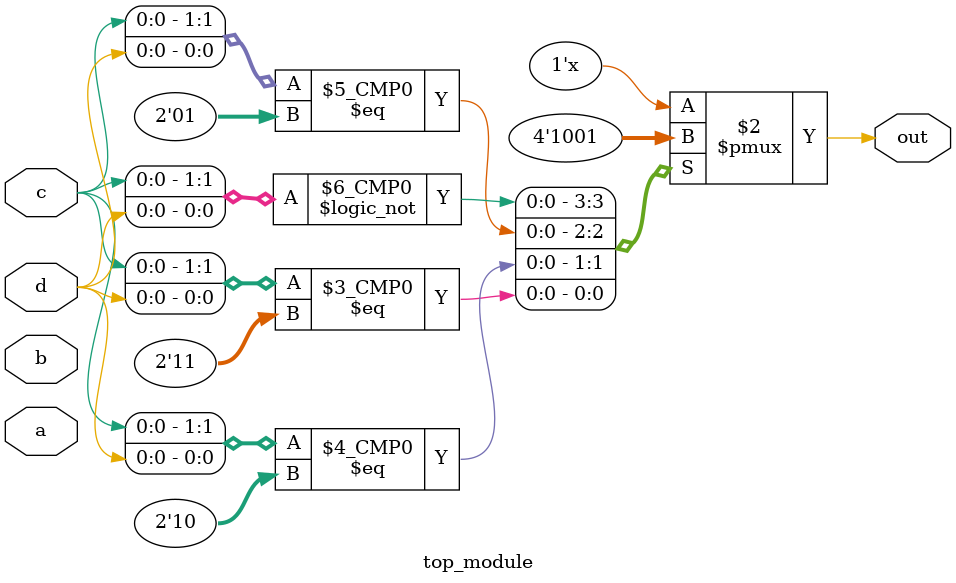
<source format=sv>
module top_module (
    input a,
    input b,
    input c,
    input d,
    output reg out
);

always @(*) begin
    case ({c, d})
        2'b00: out = 1'b1;
        2'b01: out = 1'b0;
        2'b10: out = 1'b0;
        2'b11: out = 1'b1;
        default: out = 1'bx; // Don't care case
    endcase
end

endmodule

</source>
